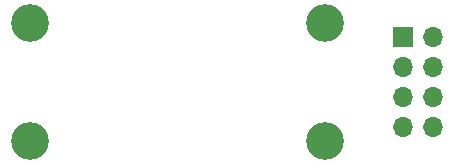
<source format=gbr>
%TF.GenerationSoftware,KiCad,Pcbnew,(6.0.0)*%
%TF.CreationDate,2022-01-22T14:10:52-08:00*%
%TF.ProjectId,elevation-imu,656c6576-6174-4696-9f6e-2d696d752e6b,rev?*%
%TF.SameCoordinates,Original*%
%TF.FileFunction,Soldermask,Bot*%
%TF.FilePolarity,Negative*%
%FSLAX46Y46*%
G04 Gerber Fmt 4.6, Leading zero omitted, Abs format (unit mm)*
G04 Created by KiCad (PCBNEW (6.0.0)) date 2022-01-22 14:10:52*
%MOMM*%
%LPD*%
G01*
G04 APERTURE LIST*
%ADD10R,1.700000X1.700000*%
%ADD11O,1.700000X1.700000*%
%ADD12C,3.200000*%
G04 APERTURE END LIST*
D10*
%TO.C,J1*%
X140075000Y-112200000D03*
D11*
X142615000Y-112200000D03*
X140075000Y-114740000D03*
X142615000Y-114740000D03*
X140075000Y-117280000D03*
X142615000Y-117280000D03*
X140075000Y-119820000D03*
X142615000Y-119820000D03*
%TD*%
D12*
%TO.C,H4*%
X133500000Y-121000000D03*
%TD*%
%TO.C,H3*%
X108500000Y-121000000D03*
%TD*%
%TO.C,H2*%
X108500000Y-111000000D03*
%TD*%
%TO.C,H1*%
X133500000Y-111000000D03*
%TD*%
M02*

</source>
